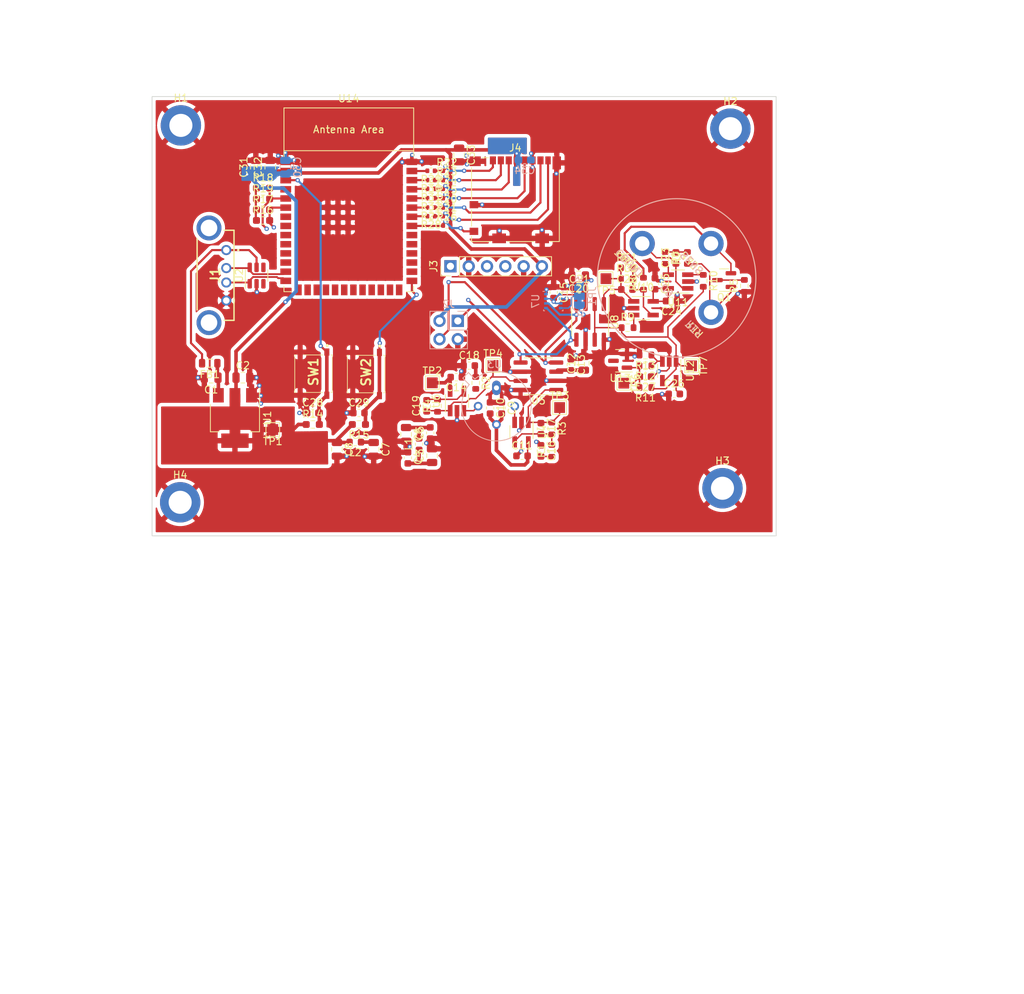
<source format=kicad_pcb>
(kicad_pcb (version 20211014) (generator pcbnew)
  (layers (0 "F.Cu" signal) (1 "In1.Cu" power) (2 "In2.Cu" power) (31 "B.Cu" signal) (34 "B.Paste" user) (35 "F.Paste" user) (36 "B.SilkS" user "B.Silkscreen") (37 "F.SilkS" user "F.Silkscreen") (38 "B.Mask" user) (39 "F.Mask" user) (44 "Edge.Cuts" user))
  (net 0 "")
  (net 1 "GND")
  (net 2 "+5V")
  (net 3 "Net-(C1-Pad1)")
  (net 4 "+3V3")
  (net 5 "Net-(Q1-Pad3)")
  (net 6 "/GAS_Measurements/OUT2")
  (net 7 "/GAS_Measurements/CH4_V-ref")
  (net 8 "/GAS_Measurements/OUT1")
  (net 9 "/GAS_Measurements/CH4_V-gas")
  (net 10 "/GAS_Measurements/OUT3")
  (net 11 "/GAS_Measurements/H2_V-")
  (net 12 "/GAS_Measurements/H2_counter")
  (net 13 "VBUS")
  (net 14 "D+")
  (net 15 "D-")
  (net 16 "/MCU/DATA_2")
  (net 17 "/MCU/DATA_3")
  (net 18 "/MCU/CMD")
  (net 19 "/MCU/CLK")
  (net 20 "/MCU/DATA_0")
  (net 21 "/MCU/DATA_1")
  (net 22 "2V048")
  (net 23 "/GAS_Measurements/H2_reference")
  (net 24 "/GAS_Measurements/H2_sensing")
  (net 25 "REF")
  (net 26 "Net-(C16-Pad2)")
  (net 27 "/GAS_Measurements/H2_V+")
  (net 28 "GPIO_42")
  (net 29 "GPIO_41")
  (net 30 "GPIO_1")
  (net 31 "GPIO_2")
  (net 32 "GPIO_43")
  (net 33 "GPIO_44")
  (net 34 "GPIO_40")
  (net 36 "+3.3VA")
  (net 37 "/MCU/ESP_EN")
  (net 38 "GPIO_4")
  (net 39 "GPIO_7")
  (net 40 "GPIO_15")
  (net 41 "GPIO_16")
  (net 42 "GPIO_17")
  (net 43 "GPIO_18")
  (net 44 "GPIO_8")
  (net 45 "GPIO_3")
  (net 46 "GPIO_46")
  (net 47 "GPIO_9")
  (net 48 "GPIO_10")
  (net 49 "GPIO_11")
  (net 50 "GPIO_12")
  (net 51 "GPIO_13")
  (net 52 "GPIO_14")
  (net 53 "GPIO_21")
  (net 54 "GPIO_47")
  (net 55 "GPIO_48")
  (net 56 "GPIO_45")
  (net 57 "/MCU/ESP_BOOT")
  (net 58 "GPIO_35")
  (net 59 "GPIO_36")
  (net 60 "GPIO_37")
  (net 61 "GPIO_38")
  (net 62 "GPIO_39")
  (net 63 "/GAS_Measurements/CH4_Ref")
  (net 64 "/GAS_Measurements/CH4_Gas")
  (net 65 "/GAS_Measurements/1V024")
  (net 66 "Net-(C18-Pad2)")
  (net 67 "Net-(C23-Pad2)")
  (net 68 "/GAS_Measurements/ADRESS_BME280")
  (net 69 "Net-(R6-Pad2)")
  (net 70 "Net-(R10-Pad1)")
  (net 72 "GPIO_5")
  (net 73 "GPIO_6")
  (footprint "Capacitor_SMD:C_0603_1608Metric" (layer "F.Cu") (at 78.7 93.9)
    (fp_text reference "C29")
    (fp_text value "2u2")
  )
  (footprint "Resistor_SMD:R_0402_1005Metric" (layer "F.Cu") (at 88.71 66.6 180)
    (fp_text reference "R28")
    (fp_text value "10")
  )
  (footprint "Resistor_SMD:R_0603_1608Metric" (layer "F.Cu") (at 118.185 75.965 90)
    (fp_text reference "R8")
    (fp_text value "10")
  )
  (footprint "Capacitor_SMD:C_0805_2012Metric" (layer "F.Cu") (at 80.75 98.95 -90)
    (fp_text reference "C7")
    (fp_text value "10u")
  )
  (footprint "Resistor_SMD:R_0603_1608Metric_Pad0.98x0.95mm_HandSolder" (layer "F.Cu") (at 78.7 95.5 180)
    (fp_text reference "R15")
    (fp_text value "10k")
  )
  (footprint "Capacitor_SMD:C_0603_1608Metric" (layer "F.Cu") (at 108.11 87.21 -90)
    (fp_text reference "C13")
    (fp_text value "2u2")
  )
  (footprint "Package_TO_SOT_SMD:SOT-23-5_HandSoldering" (layer "F.Cu") (at 121.76 88.065 -90)
    (fp_text reference "U12")
    (fp_text value "TSV991ILT")
  )
  (footprint "Package_TO_SOT_SMD:SOT-23-5_HandSoldering" (layer "F.Cu") (at 118.185 79.365)
    (fp_text reference "U10")
    (fp_text value "TSV991ILT")
  )
  (footprint "Package_TO_SOT_SMD:SOT-223-3_TabPin2" (layer "F.Cu") (at 61.5 94.6 -90)
    (fp_text reference "U1")
    (fp_text value "AMS1117-3.3")
  )
  (footprint "Resistor_SMD:R_0603_1608Metric" (layer "F.Cu") (at 126.485 75.565 -90)
    (fp_text reference "R10")
    (fp_text value "10k")
  )
  (footprint "Resistor_SMD:R_0603_1608Metric_Pad0.98x0.95mm_HandSolder" (layer "F.Cu") (at 65.4 67.19)
    (fp_text reference "R16")
    (fp_text value "DNP")
  )
  (footprint "TestPoint:TestPoint_Pad_1.5x1.5mm" (layer "F.Cu") (at 115.46 89.765 -90)
    (fp_text reference "TP6")
    (fp_text value "TestPoint")
  )
  (footprint "Resistor_SMD:R_0603_1608Metric_Pad0.98x0.95mm_HandSolder" (layer "F.Cu") (at 65.4 62.7)
    (fp_text reference "R18")
    (fp_text value "10k")
  )
  (footprint "Package_TO_SOT_SMD:SOT-23-5_HandSoldering" (layer "F.Cu") (at 122.985 75.665 180)
    (fp_text reference "U11")
    (fp_text value "TSV991ILT")
  )
  (footprint "Package_TO_SOT_SMD:SOT-23-6" (layer "F.Cu") (at 64.5 74.8375 90)
    (fp_text reference "U2")
    (fp_text value "SRV05-4")
  )
  (footprint "Resistor_SMD:R_0603_1608Metric" (layer "F.Cu") (at 118.46 87.365 180)
    (fp_text reference "R12")
    (fp_text value "1k")
  )
  (footprint "TestPoint:TestPoint_Pad_1.5x1.5mm" (layer "F.Cu") (at 124.86 87.365 -90)
    (fp_text reference "TP7")
    (fp_text value "TestPoint")
  )
  (footprint "Inductor_SMD:L_0603_1608Metric" (layer "F.Cu") (at 87.05 98.225 90)
    (fp_text reference "L1")
    (fp_text value "L_Small")
  )
  (footprint "Resistor_SMD:R_0402_1005Metric" (layer "F.Cu") (at 90.9 61.6)
    (fp_text reference "R23")
    (fp_text value "10k")
  )
  (footprint "Capacitor_SMD:C_0805_2012Metric" (layer "F.Cu") (at 92.6 58.1 -90)
    (fp_text reference "C33")
    (fp_text value "10u")
  )
  (footprint "Resistor_SMD:R_0402_1005Metric" (layer "F.Cu") (at 90.9 60.3)
    (fp_text reference "R22")
    (fp_text value "10k")
  )
  (footprint "TestPoint:TestPoint_Pad_1.5x1.5mm" (layer "F.Cu") (at 97.31 87.31)
    (fp_text reference "TP4")
    (fp_text value "TestPoint")
  )
  (footprint "Capacitor_SMD:C_0603_1608Metric" (layer "F.Cu") (at 103.96 99.16 -90)
    (fp_text reference "C16")
    (fp_text value "2u2")
  )
  (footprint "Resistor_SMD:R_0402_1005Metric" (layer "F.Cu") (at 88.71 65.4 180)
    (fp_text reference "R27")
    (fp_text value "10")
  )
  (footprint "Capacitor_SMD:C_0805_2012Metric" (layer "F.Cu") (at 64.4 59.8 90)
    (fp_text reference "C31")
    (fp_text value "10u")
  )
  (footprint "Capacitor_SMD:C_0603_1608Metric" (layer "F.Cu") (at 122.685 72.39 90)
    (fp_text reference "C23")
    (fp_text value "100n")
  )
  (footprint "TestPoint:TestPoint_Pad_1.5x1.5mm" (layer "F.Cu") (at 66.75 96.2 180)
    (fp_text reference "TP1")
    (fp_text value "TestPoint")
  )
  (footprint "TestPoint:TestPoint_Pad_1.5x1.5mm" (layer "F.Cu") (at 112.985 75.265 180)
    (fp_text reference "TP5")
    (fp_text value "TestPoint")
  )
  (footprint "Capacitor_SMD:C_0603_1608Metric" (layer "F.Cu") (at 98.51 93.21 -90)
    (fp_text reference "C9")
    (fp_text value "2u2")
  )
  (footprint "Capacitor_SMD:C_0603_1608Metric" (layer "F.Cu") (at 119.785 75.965 -90)
    (fp_text reference "C25")
    (fp_text value "2u2")
  )
  (footprint "Resistor_SMD:R_0603_1608Metric" (layer "F.Cu") (at 118.46 85.865 180)
    (fp_text reference "R13")
    (fp_text value "1k")
  )
  (footprint "Resistor_SMD:R_0402_1005Metric" (layer "F.Cu") (at 90.9 64.1)
    (fp_text reference "R25")
    (fp_text value "10k")
  )
  (footprint "Capacitor_SMD:C_0603_1608Metric" (layer "F.Cu") (at 122.085 78.365 180)
    (fp_text reference "C24")
    (fp_text value "2u2")
  )
  (footprint "Resistor_SMD:R_0402_1005Metric" (layer "F.Cu") (at 88.71 64.1 180)
    (fp_text reference "R32")
    (fp_text value "10")
  )
  (footprint "Connector_PinHeader_2.54mm:PinHeader_1x06_P2.54mm_Vertical" (layer "F.Cu") (at 91.4 73.55 90)
    (fp_text reference "J3")
    (fp_text value "Conn_01x10")
  )
  (footprint "Inductor_SMD:L_0603_1608Metric" (layer "F.Cu") (at 78.2 97.95 180)
    (fp_text reference "L2")
    (fp_text value "L_Small")
  )
  (footprint "Capacitor_SMD:C_0805_2012Metric" (layer "F.Cu") (at 85.25 96.875 -90)
    (fp_text reference "C6")
    (fp_text value "10u")
  )
  (footprint "Capacitor_SMD:C_0603_1608Metric" (layer "F.Cu") (at 88.11 92.91 90)
    (fp_text reference "C19")
    (fp_text value "3n3")
  )
  (footprint "Capacitor_SMD:C_0603_1608Metric" (layer "F.Cu") (at 96.91 93.21 -90)
    (fp_text reference "C10")
    (fp_text value "2u2")
  )
  (footprint "Capacitor_SMD:C_0805_2012Metric" (layer "F.Cu") (at 88.85 99.825 90)
    (fp_text reference "C3")
    (fp_text value "10u")
  )
  (footprint "Resistor_SMD:R_0603_1608Metric" (layer "F.Cu") (at 115.985 82.065)
    (fp_text reference "R9")
    (fp_text value "10")
  )
  (footprint "Capacitor_SMD:C_0805_2012Metric" (layer "F.Cu") (at 75.65 98.95 -90)
    (fp_text reference "C8")
    (fp_text value "10u")
  )
  (footprint "MountingHole:MountingHole_3.2mm_M3_DIN965_Pad_TopBottom" (layer "F.Cu") (at 129.15 104.35)
    (fp_text reference "H3")
    (fp_text value "MountingHole_Pad")
  )
  (footprint "Capacitor_SMD:C_0805_2012Metric" (layer "F.Cu") (at 66.4 59.8 90)
    (fp_text reference "C32")
    (fp_text value "10u")
  )
  (footprint "Resistor_SMD:R_0603_1608Metric" (layer "F.Cu") (at 115.885 75.265)
    (fp_text reference "RG2")
    (fp_text value "gain")
  )
  (footprint "Capacitor_SMD:C_0603_1608Metric" (layer "F.Cu") (at 118.46 88.865 180)
    (fp_text reference "C27")
    (fp_text value "2u2")
  )
  (footprint "Resistor_SMD:R_0603_1608Metric" (layer "F.Cu") (at 121.185 72.39 -90)
    (fp_text reference "R6")
    (fp_text value "10k")
  )
  (footprint "Resistor_SMD:R_0402_1005Metric" (layer "F.Cu") (at 88.71 61.59 180)
    (fp_text reference "R30")
    (fp_text value "10")
  )
  (footprint "Capacitor_SMD:C_0603_1608Metric" (layer "F.Cu") (at 105.725 77.175 -90)
    (fp_text reference "C15")
    (fp_text value "2u2")
  )
  (footprint "SamacSys_Parts:USB1040GFLB" (layer "F.Cu") (at 60.3 71.3 -90)
    (fp_text reference "J1")
    (fp_text value "USB_A" hide)
  )
  (footprint "Espressif:ESP32-S3-WROOM-1" (layer "F.Cu") (at 77.3 67.32)
    (fp_text reference "U14")
    (fp_text value "ESP32-S3-WROOM-1")
  )
  (footprint "Package_TO_SOT_SMD:SOT-23-5_HandSoldering" (layer "F.Cu") (at 92.31 92.235 90)
    (fp_text reference "U6")
    (fp_text value "TSV991ILT")
  )
  (footprint "Resistor_SMD:R_0603_1608Metric" (layer "F.Cu") (at 124.285 72.39 90)
    (fp_text reference "R7")
    (fp_text value "10k")
  )
  (footprint "Capacitor_SMD:C_0603_1608Metric" (layer "F.Cu") (at 109.285 76.765)
    (fp_text reference "C21")
    (fp_text value "2u2")
  )
  (footprint "Resistor_SMD:R_0603_1608Metric" (layer "F.Cu") (at 105.46 96.06 -90)
    (fp_text reference "R3")
    (fp_text value "1Meg")
  )
  (footprint "Capacitor_SMD:C_0805_2012Metric" (layer "F.Cu") (at 62.6 89)
    (fp_text reference "C2")
    (fp_text value "10u")
  )
  (footprint "Package_TO_SOT_SMD:SOT-23" (layer "F.Cu") (at 114.96 86.665 180)
    (fp_text reference "U13")
    (fp_text value "LM4040DBZ-2.0")
  )
  (footprint "Connector_Card:microSD_HC_Molex_104031-0811" (layer "F.Cu") (at 100.4 64.3)
    (fp_text reference "J4")
    (fp_text value "Micro_SD_Card_Det")
  )
  (footprint "Capacitor_SMD:C_0603_1608Metric" (layer "F.Cu") (at 103.96 96.085 -90)
    (fp_text reference "C17")
    (fp_text value "3n3")
  )
  (footprint "Resistor_SMD:R_0603_1608Metric" (layer "F.Cu") (at 89.61 92.91 90)
    (fp_text reference "R4")
    (fp_text value "1Meg")
  )
  (footprint "Resistor_SMD:R_0402_1005Metric" (layer "F.Cu") (at 88.71 60.3 180)
    (fp_text reference "R29")
    (fp_text value "10")
  )
  (footprint "Capacitor_SMD:C_0603_1608Metric" (layer "F.Cu") (at 88.6 96.675 90)
    (fp_text reference "C5")
    (fp_text value "2u2")
  )
  (footprint "Package_SO:SOIC-8_3.9x4.9mm_P1.27mm" (layer "F.Cu") (at 110.785 81.265 -90)
    (fp_text reference "U8")
    (fp_text value "MCP3422")
  )
  (footprint "TestPoint:TestPoint_Pad_1.5x1.5mm" (layer "F.Cu") (at 88.885 89.715)
    (fp_text reference "TP2")
    (fp_text value "TestPoint")
  )
  (footprint "Resistor_SMD:R_0603_1608Metric_Pad0.98x0.95mm_HandSolder" (layer "F.Cu") (at 72.3 95.5)
    (fp_text reference "R14")
    (fp_text value "10k")
  )
  (footprint "Package_TO_SOT_SMD:SOT-23-5_HandSoldering" (layer "F.Cu") (at 101.26 96.56 -90)
    (fp_text reference "U4")
    (fp_text value "TSV991ILT")
  )
  (footprint "Resistor_SMD:R_0603_1608Metric_Pad0.98x0.95mm_HandSolder" (layer "F.Cu") (at 65.4 64.2)
    (fp_text reference "R19")
    (fp_text value "DNP")
  )
  (footprint "Capacitor_SMD:C_0805_2012Metric" (layer "F.Cu") (at 109.185 74.965 180)
    (fp_text reference "C20")
    (fp_text value "10u")
  )
  (footprint "MountingHole:MountingHole_3.2mm_M3_DIN965_Pad_TopBottom" (layer "F.Cu") (at 130.25 54.45)
    (fp_text reference "H2")
    (fp_text value "MountingHole_Pad")
  )
  (footprint "Capacitor_SMD:C_0805_2012Metric" (layer "F.Cu") (at 58.2 89 180)
    (fp_text reference "C1")
    (fp_text value "10u")
  )
  (footprint "Resistor_SMD:R_0603_1608Metric" (layer "F.Cu") (at 115.885 73.765)
    (fp_text reference "RG1")
    (fp_text value "gain")
  )
  (footprint "Resistor_SMD:R_0402_1005Metric" (layer "F.Cu") (at 88.71 62.8 180)
    (fp_text reference "R31")
    (fp_text value "10")
  )
  (footprint "Resistor_SMD:R_0603_1608Metric" (layer "F.Cu") (at 132.185 76.265 90)
    (fp_text reference "R5")
    (fp_text value "1Meg")
  )
  (footprint "MountingHole:MountingHole_3.2mm_M3_DIN965_Pad_TopBottom" (layer "F.Cu") (at 53.9 106.3)
    (fp_text reference "H4")
    (fp_text value "MountingHole_Pad")
  )
  (footprint "Resistor_SMD:R_0603_1608Metric" (layer "F.Cu") (at 94.91 89.735 -90)
    (fp_text reference "R2")
    (fp_text value "56k")
  )
  (footprint "Capacitor_SMD:C_0603_1608Metric" (layer "F.Cu") (at 94.01 87.335)
    (fp_text reference "C18")
    (fp_text value "2u2")
  )
  (footprint "Inductor_SMD:L_0805_2012Metric" (layer "F.Cu") (at 58 87 180)
    (fp_text reference "FB1")
    (fp_text value "FerriteBead_Small")
  )
  (footprint "Resistor_SMD:R_0603_1608Metric" (layer "F.Cu") (at 105.46 99.16 90)
    (fp_text reference "R1")
    (fp_text value "56k")
  )
  (footprint "Resistor_SMD:R_0402_1005Metric" (layer "F.Cu") (at 90.9 65.4)
    (fp_text reference "R20")
    (fp_text value "10k")
  )
  (footprint "Package_SO:SOIC-8_3.9x4.9mm_P1.27mm" (layer "F.Cu") (at 103.61 88.81 180)
    (fp_text reference "U5")
    (fp_text value "MCP3422")
  )
  (footprint "Capacitor_SMD:C_0805_2012Metric" (layer "F.Cu") (at 109.91 87.01 90)
    (fp_text reference "C12")
    (fp_text value "10u")
  )
  (footprint "Capacitor_SMD:C_0603_1608Metric_Pad1.08x0.95mm_HandSolder" (layer "F.Cu") (at 72.3 93.9)
    (fp_text reference "C28")
    (fp_text value "100n")
  )
  (footprint "Capacitor_SMD:C_0603_1608Metric" (layer "F.Cu") (at 115.885 76.765)
    (fp_text reference "C22")
    (fp_text value "100n")
  )
  (footprint "Capacitor_SMD:C_0603_1608Metric" (layer "F.Cu") (at 122.46 91.265)
    (fp_text reference "C26")
    (fp_text value "2u2")
  )
  (footprint "Resistor_SMD:R_0402_1005Metric" (layer "F.Cu") (at 90.9 66.6)
    (fp_text reference "R21")
    (fp_text value "10k")
  )
  (footprint "SamacSys_Parts:PTS526SK15SMTR2LFS" (layer "F.Cu") (at 72.4 88.45 -90)
    (fp_text reference "SW1")
    (fp_text value "MCU_RESET" hide)
  )
  (footprint "MountingHole:MountingHole_3.2mm_M3_DIN965_Pad_TopBottom" (layer "F.Cu") (at 54 54)
    (fp_text reference "H1")
    (fp_text value "MountingHole_Pad")
  )
  (footprint "Resistor_SMD:R_0603_1608Metric_Pad0.98x0.95mm_HandSolder" (layer "F.Cu") (at 65.4 65.7)
    (fp_text reference "R17")
    (fp_text value "10k")
  )
  (footprint "Package_TO_SOT_SMD:SOT-23" (layer "F.Cu") (at 129.385 75.465 180)
    (fp_text reference "Q1")
    (fp_text value "Q_PJFET_DSG")
  )
  (footprint "SamacSys_Parts:PTS526SK15SMTR2LFS" (layer "F.Cu") (at 79.7 88.5 -90)
    (fp_text reference "SW2")
    (fp_text value "MCU_RESET" hide)
  )
  (footprint "Capacitor_SMD:C_0603_1608Metric" (layer "F.Cu") (at 85.5 100.125 -90)
    (fp_text reference "C4")
    (fp_text value "2u2")
  )
  (footprint "Resistor_SMD:R_0402_1005Metric" (layer "F.Cu") (at 90.9 67.9)
    (fp_text reference "R26")
    (fp_text value "10k")
  )
  (footprint "Resistor_SMD:R_0603_1608Metric" (layer "F.Cu") (at 118.46 90.365 180)
    (fp_text reference "R11")
    (fp_text value "1k")
  )
  (footprint "Resistor_SMD:R_0402_1005Metric" (layer "F.Cu") (at 90.9 62.8)
    (fp_text reference "R24")
    (fp_text value "10k")
  )
  (footprint "Capacitor_SMD:C_0603_1608Metric" (layer "F.Cu") (at 92.21 88.935 180)
    (fp_text reference "C14")
    (fp_text value "2u2")
  )
  (footprint "TestPoint:TestPoint_Pad_1.5x1.5mm" (layer "F.Cu") (at 106.55 93.15)
    (fp_text reference "TP3")
    (fp_text value "TestPoint")
  )
  (footprint "Capacitor_SMD:C_0603_1608Metric" (layer "F.Cu") (at 101.335 99.86)
    (fp_text reference "C11")
    (fp_text value "2u2")
  )
  (footprint "Capacitor_SMD:C_0603_1608Metric_Pad1.08x0.95mm_HandSolder" (layer "B.Cu") (at 101.7 58.8)
    (fp_text reference "C34")
    (fp_text value "100n")
  )
  (footprint "Capacitor_SMD:C_0805_2012Metric" (layer "B.Cu") (at 68.5 59.8 90)
    (fp_text reference "C30")
    (fp_text value "10u")
  )
  (footprint "Package_LGA:Bosch_LGA-8_2.5x2.5mm_P0.65mm_ClockwisePinNumbering" (layer "B.Cu") (at 105.675 78.375 -90)
    (fp_text reference "U7")
    (fp_text value "BME280")
  )
  (footprint "Jumper:SolderJumper-3_P1.3mm_Bridged12_RoundedPad1.0x1.5mm_NumberLabels" (layer "B.Cu") (at 109.3 77.7 90)
    (fp_text reference "JP1")
    (fp_text value "ADR0")
  )
  (footprint "Z_mycustom_footprint_lib:EC4-3pin" (layer "B.Cu") (at 122.785 75.165 -45)
    (fp_text reference "U9")
    (fp_text value "EC4-1000-H2")
  )
  (footprint "Connector_PinHeader_2.54mm:PinHeader_2x02_P2.54mm_Vertical" (layer "B.Cu") (at 92.425 81.125 180)
    (fp_text reference "J2")
    (fp_text value "Conn_02x02_Odd_Even")
  )
  (footprint "Z_mycustom_footprint_lib:KEMET-4-PIN-GAS-SENSOR" (layer "B.Cu") (at 97.835 93.01 -90)
    (fp_text reference "U3")
    (fp_text value "USEQGCDACH4100")
  )
  (gr_rect (start 50 50) (end 136.6 110.95) (layer "Edge.Cuts") (width 0.1) (fill none))
  (segment (start 88.85 98.1375) (end 88.1 98.1375) (width 0.5) (layer "F.Cu") (net 1))
  (segment (start 99.745 88.175) (end 99.71 88.21) (width 0.5) (layer "F.Cu") (net 1))
  (segment (start 124.335 75.665) (end 125.585 75.665) (width 0.5) (layer "F.Cu") (net 1))
  (segment (start 79.55 99.9) (end 79.5 99.95) (width 0.5) (layer "F.Cu") (net 1))
  (segment (start 77.85 93.825) (end 77.925 93.9) (width 0.2933) (layer "F.Cu") (net 1))
  (segment (start 121.685 91.265) (end 120.76 91.265) (width 0.2) (layer "F.Cu") (net 1))
  (segment (start 117.485 85.715) (end 117.635 85.865) (width 0.2) (layer "F.Cu") (net 1))
  (segment (start 92.31 93.585) (end 92.31 94.91) (width 0.5) (layer "F.Cu") (net 1))
  (segment (start 68.55 59.06) (end 68.36 59.06) (width 0.5) (layer "F.Cu") (net 1))
  (segment (start 70.55 85.45) (end 70.55 91.45) (width 0.2933) (layer "F.Cu") (net 1))
  (segment (start 86.05 59.06) (end 84.74 59.06) (width 0.5) (layer "F.Cu") (net 1))
  (segment (start 70.55 93.0125) (end 71.4375 93.9) (width 0.2933) (layer "F.Cu") (net 1))
  (segment (start 108.985 86.435) (end 108.985 86.085) (width 0.5) (layer "F.Cu") (net 1))
  (segment (start 117.16 85.865) (end 116.96 86.065) (width 0.2) (layer "F.Cu") (net 1))
  (segment (start 120.31 88.115) (end 120.36 88.065) (width 0.2) (layer "F.Cu") (net 1))
  (segment (start 93.235 88.685) (end 92.985 88.935) (width 0.5) (layer "F.Cu") (net 1))
  (segment (start 110.15 82.4) (end 110.185 82.365) (width 0.5) (layer "F.Cu") (net 1))
  (segment (start 113.41 83.74) (end 113.485 83.665) (width 0.5) (layer "F.Cu") (net 1))
  (segment (start 85.25 99.1) (end 85.5 99.35) (width 0.5) (layer "F.Cu") (net 1))
  (segment (start 108.985 86.435) (end 109.535 86.435) (width 0.5) (layer "F.Cu") (net 1))
  (segment (start 88.85 98.1375) (end 88.85 97.7) (width 0.5) (layer "F.Cu") (net 1))
  (segment (start 63.8 91.45) (end 63.8 91.2) (width 0.2933) (layer "F.Cu") (net 1))
  (segment (start 63.55 89) (end 64.5 89) (width 0.2933) (layer "F.Cu") (net 1))
  (segment (start 88.05 98) (end 88.6 97.45) (width 0.5) (layer "F.Cu") (net 1))
  (segment (start 132.185 77.09) (end 131.56 77.09) (width 0.5) (layer "F.Cu") (net 1))
  (segment (start 102.6 57.9) (end 102.6 58.655) (width 0.2933) (layer "F.Cu") (net 1))
  (segment (start 104.71 89.41) (end 106.05 89.41) (width 0.5) (layer "F.Cu") (net 1))
  (segment (start 98.51 92.435) (end 98.51 91.145) (width 0.5) (layer "F.Cu") (net 1))
  (segment (start 112.69 83.74) (end 113.41 83.74) (width 0.5) (layer "F.Cu") (net 1))
  (segment (start 87.34 59.06) (end 87.4 59) (width 0.5) (layer "F.Cu") (net 1))
  (segment (start 84.74 59.06) (end 84.7 59.1) (width 0.5) (layer "F.Cu") (net 1))
  (segment (start 80.75 99.9) (end 79.55 99.9) (width 0.5) (layer "F.Cu") (net 1))
  (segment (start 98.51 91.145) (end 97.785 90.42) (width 0.5) (layer "F.Cu") (net 1))
  (segment (start 64.55 77.15) (end 64.5 77.1) (width 0.2933) (layer "F.Cu") (net 1))
  (segment (start 88.1 98.1375) (end 88.05 98.0875) (width 0.5) (layer "F.Cu") (net 1))
  (segment (start 101.21 99.21) (end 100.56 99.86) (width 0.5) (layer "F.Cu") (net 1))
  (segment (start 121.39 88.065) (end 121.76 87.695) (width 0.2) (layer "F.Cu") (net 1))
  (segment (start 115.8975 85.715) (end 116.61 85.715) (width 0.2) (layer "F.Cu") (net 1))
  (segment (start 120.685 75.565) (end 120.16 75.565) (width 0.5) (layer "F.Cu") (net 1))
  (segment (start 93.235 87.335) (end 93.235 88.685) (width 0.5) (layer "F.Cu") (net 1))
  (segment (start 117.635 85.865) (end 117.16 85.865) (width 0.2) (layer "F.Cu") (net 1))
  (segment (start 108.11 86.435) (end 108.985 86.435) (width 0.5) (layer "F.Cu") (net 1))
  (segment (start 116.91 85.715) (end 117.485 85.715) (width 0.2) (layer "F.Cu") (net 1))
  (segment (start 77.85 91.5) (end 77.85 85.5) (width 0.2933) (layer "F.Cu") (net 1))
  (segment (start 64.5 77.1) (end 64.5 75.975) (width 0.2933) (layer "F.Cu") (net 1))
  (segment (start 85.75 98.325) (end 85.25 97.825) (width 0.5) (layer "F.Cu") (net 1))
  (segment (start 116.91 85.715) (end 116.91 86.015) (width 0.2) (layer "F.Cu") (net 1))
  (segment (start 86.05 59.06) (end 86.05 58.15) (width 0.5) (layer "F.Cu") (net 1))
  (segment (start 96.91 92.435) (end 96.91 91.295) (width 0.5) (layer "F.Cu") (net 1))
  (segment (start 68.36 59.06) (end 67.5 58.2) (width 0.5) (layer "F.Cu") (net 1))
  (segment (start 101.26 95.21) (end 101.26 95.99888) (width 0.5) (layer "F.Cu") (net 1))
  (segment (start 65.05 91.45) (end 65.1 91.5) (width 0.2933) (layer "F.Cu") (net 1))
  (segment (start 120.36 88.065) (end 121.39 88.065) (width 0.2) (layer "F.Cu") (net 1))
  (segment (start 119.56 88.865) (end 119.235 88.865) (width 0.2) (layer "F.Cu") (net 1))
  (segment (start 116.91 86.015) (end 116.96 86.065) (width 0.2) (layer "F.Cu") (net 1))
  (segment (start 131.56 77.09) (end 131.285 77.365) (width 0.5) (layer "F.Cu") (net 1))
  (segment (start 96.91 91.295) (end 97.785 90.42) (width 0.5) (layer "F.Cu") (net 1))
  (segment (start 110.15 83.74) (end 110.15 82.4) (width 0.5) (layer "F.Cu") (net 1))
  (segment (start 108.235 74.965) (end 108.235 76.49) (width 0.5) (layer "F.Cu") (net 1))
  (segment (start 75.65 99.9) (end 77 99.9) (width 0.5) (layer "F.Cu") (net 1))
  (segment (start 108.235 76.49) (end 108.51 76.765) (width 0.5) (layer "F.Cu") (net 1))
  (segment (start 115.8975 85.715) (end 116.91 85.715) (width 0.2) (layer "F.Cu") (net 1))
  (segment (start 68.34 58.85) (end 68.55 59.06) (width 0.5) (layer "F.Cu") (net 1))
  (segment (start 99.81 90.71) (end 101.13 90.71) (width 0.5) (layer "F.Cu") (net 1))
  (segment (start 64.4 58.85) (end 68.34 58.85) (width 0.5) (layer "F.Cu") (net 1))
  (segment (start 88.85 97.7) (end 88.6 97.45) (width 0.5) (layer "F.Cu") (net 1))
  (segment (start 85.5 99.35) (end 85.5 98.8375) (width 0.5) (layer "F.Cu") (net 1))
  (segment (start 63.8 91.45) (end 63.95 91.45) (width 0.2933) (layer "F.Cu") (net 1))
  (segment (start 116.835 79.365) (end 115.485 79.365) (width 0.5) (layer "F.Cu") (net 1))
  (segment (start 122.86 78.365) (end 122.86 77.49) (width 0.5) (layer "F.Cu") (net 1))
  (segment (start 121.76 87.695) (end 121.76 86.715) (width 0.2) (layer "F.Cu") (net 1))
  (segment (start 85.75 98.5875) (end 85.75 98.325) (width 0.5) (layer "F.Cu") (net 1))
  (segment (start 102.6 58.655) (end 102.795 58.85) (width 0.2933) (layer "F.Cu") (net 1))
  (segment (start 106.05 89.41) (end 106.085 89.445) (width 0.5) (layer "F.Cu") (net 1))
  (segment (start 116.61 85.715) (end 116.96 86.065) (width 0.2) (layer "F.Cu") (net 1))
  (segment (start 86.05 59.06) (end 87.34 59.06) (width 0.5) (layer "F.Cu") (net 1))
  (segment (start 71.4375 93.9) (end 70.45 93.9) (width 0.2933) (layer "F.Cu") (net 1))
  (segment (start 122.86 77.49) (end 122.885 77.465) (width 0.5) (layer "F.Cu") (net 1))
  (segment (start 85.5 98.8375) (end 85.75 98.5875) (width 0.5) (layer "F.Cu") (net 1))
  (segment (start 88.05 98.0875) (end 88.05 98) (width 0.5) (layer "F.Cu") (net 1))
  (segment (start 120.16 75.565) (end 119.785 75.19) (width 0.5) (layer "F.Cu") (net 1))
  (segment (start 105.35 76.775) (end 105.725 76.4) (width 0.2) (layer "F.Cu") (net 1))
  (segment (start 108.185 76.765) (end 107.685 76.265) (width 0.5) (layer "F.Cu") (net 1))
  (segment (start 109.535 86.435) (end 109.91 86.06) (width 0.5) (layer "F.Cu") (net 1))
  (segment (start 88.85 98.875) (end 88.85 98.1375) (width 0.5) (layer "F.Cu") (net 1))
  (segment (start 63.8 91.45) (end 63.8 89.25) (width 0.2933) (layer "F.Cu") (net 1))
  (segment (start 88.0625 98.0875) (end 88.85 98.875) (width 0.5) (layer "F.Cu") (net 1))
  (segment (start 120.31 88.115) (end 119.56 88.865) (width 0.2) (layer "F.Cu") (net 1))
  (segment (start 101.13 90.71) (end 101.135 90.715) (width 0.5) (layer "F.Cu") (net 1))
  (segment (start 103.485 97.91) (end 103.96 98.385) (width 0.5) (layer "F.Cu") (net 1))
  (segment (start 63.95 91.45) (end 65.1 92.6) (width 0.2933) (layer "F.Cu") (net 1))
  (segment (start 63.8 91.45) (end 65.05 91.45) (width 0.2933) (layer "F.Cu") (net 1))
  (segment (start 70.55 91.45) (end 70.55 93.0125) (width 0.2933) (layer "F.Cu") (net 1))
  (segment (start 104.725 76.775) (end 105.35 76.775) (width 0.2) (layer "F.Cu") (net 1))
  (segment (start 108.51 76.765) (end 108.185 76.765) (width 0.5) (layer "F.Cu") (net 1))
  (segment (start 88.05 98.0875) (end 88.0625 98.0875) (width 0.5) (layer "F.Cu") (net 1))
  (segment (start 85.25 97.825) (end 85.25 99.1) (width 0.5) (layer "F.Cu") (net 1))
  (segment (start 77.85 91.5) (end 77.85 93.825) (width 0.2933) (layer "F.Cu") (net 1))
  (segment (start 101.135 88.175) (end 99.745 88.175) (width 0.5) (layer "F.Cu") (net 1))
  (segment (start 92.985 88.185) (end 92.91 88.11) (width 0.5) (layer "F.Cu") (net 1))
  (segment (start 63.8 91.2) (end 64.9 90.1) (width 0.2933) (layer "F.Cu") (net 1))
  (segment (start 63.8 89.25) (end 63.55 89) (width 0.2933) (layer "F.Cu") (net 1))
  (segment (start 101.26 95.99888) (end 100.92797 96.33091) (width 0.5) (layer "F.Cu") (net 1))
  (segment (start 86.05 58.15) (end 86.1 58.1) (width 0.5) (layer "F.Cu") (net 1))
  (segment (start 108.985 86.085) (end 108.81 85.91) (width 0.5) (layer "F.Cu") (net 1))
  (segment (start 103.31 97.91) (end 103.485 97.91) (width 0.5) (layer "F.Cu") (net 1))
  (segment (start 57.25 89) (end 56.35 89) (width 0.2933) (layer "F.Cu") (net 1))
  (segment (start 92.985 88.935) (end 92.985 88.185) (width 0.5) (layer "F.Cu") (net 1))
  (segment (start 77.925 93.9) (end 77 93.9) (width 0.2933) (layer "F.Cu") (net 1))
  (via (at 100.92797 96.33091) (size 0.6) (drill 0.3) (layers "F.Cu" "B.Cu") (net 1))
  (via (at 104.71 89.41) (size 0.6) (drill 0.3) (layers "F.Cu" "B.Cu") (net 1))
  (via (at 84.7 59.1) (size 0.6) (drill 0.3) (layers "F.Cu" "B.Cu") (net 1))
  (via (at 99.81 90.71) (size 0.6) (drill 0.3) (layers "F.Cu" "B.Cu") (net 1))
  (via (at 85.75 98.5875) (size 0.6) (drill 0.3) (layers "F.Cu" "B.Cu") (net 1))
  (via (at 69.7 58.8) (size 0.6) (drill 0.3) (layers "F.Cu" "B.Cu") (net 1))
  (via (at 65.1 91.5) (size 0.6) (drill 0.3) (layers "F.Cu" "B.Cu") (net 1))
  (via (at 65.1 92.6) (size 0.6) (drill 0.3) (layers "F.Cu" "B.Cu") (net 1))
  (via (at 93.7 59.4) (size 0.6) (drill 0.3) (layers "F.Cu" "B.Cu") (net 1))
  (via (at 120.31 88.115) (size 0.6) (drill 0.3) (layers "F.Cu" "B.Cu") (net 1))
  (via (at 125.585 75.665) (size 0.6) (drill 0.3) (layers "F.Cu" "B.Cu") (net 1))
  (via (at 108.81 85.91) (size 0.6) (drill 0.3) (layers "F.Cu" "B.Cu") (net 1))
  (via (at 56.35 89) (size 0.6) (drill 0.3) (layers "F.Cu" "B.Cu") (net 1))
  (via (at 64.9 90.1) (size 0.6) (drill 0.3) (layers "F.Cu" "B.Cu") (net 1))
  (via (at 77 99.9) (size 0.6) (drill 0.3) (layers "F.Cu" "B.Cu") (net 1))
  (via (at 109.85 80.25) (size 0.6) (drill 0.3) (layers "F.Cu" "B.Cu") (net 1))
  (via (at 92.91 88.11) (size 0.6) (drill 0.3) (layers "F.Cu" "B.Cu") (net 1))
  (via (at 98.2 68.6) (size 0.6) (drill 0.3) (layers "F.Cu" "B.Cu") (net 1))
  (via (at 120.76 91.265) (size 0.6) (drill 0.3) (layers "F.Cu" "B.Cu") (net 1))
  (via (at 64.55 77.15) (size 0.6) (drill 0.3) (layers "F.Cu" "B.Cu") (net 1))
  (via (at 87.4 59) (size 0.6) (drill 0.3) (layers "F.Cu" "B.Cu") (net 1))
  (via (at 131.285 77.365) (size 0.6) (drill 0.3) (layers "F.Cu" "B.Cu") (net 1))
  (via (at 122.885 77.465) (size 0.6) (drill 0.3) (layers "F.Cu" "B.Cu") (net 1))
  (via (at 79.5 99.95) (size 0.6) (drill 0.3) (layers "F.Cu" "B.Cu") (net 1))
  (via (at 93.6 58.2) (size 0.6) (drill 0.3) (layers "F.Cu" "B.Cu") (net 1))
  (via (at 99.71 88.21) (size 0.6) (drill 0.3) (layers "F.Cu" "B.Cu") (net 1))
  (via (at 86.1 58.1) (size 0.6) (drill 0.3) (layers "F.Cu" "B.Cu") (net 1))
  (via (at 115.485 79.365) (size 0.6) (drill 0.3) (layers "F.Cu" "B.Cu") (net 1))
  (via (at 88.05 98.0875) (size 0.6) (drill 0.3) (layers "F.Cu" "B.Cu") (net 1))
  (via (at 107.5 78.0395) (size 0.6) (drill 0.3) (layers "F.Cu" "B.Cu") (net 1))
  (via (at 102.8 59.8) (size 0.6) (drill 0.3) (layers "F.Cu" "B.Cu") (net 1))
  (via (at 106.1 60.7) (size 0.6) (drill 0.3) (layers "F.Cu" "B.Cu") (net 1))
  (via (at 101.21 99.21) (size 0.6) (drill 0.3) (layers "F.Cu" "B.Cu") (net 1))
  (via (at 67.5 58.2) (size 0.6) (drill 0.3) (layers "F.Cu" "B.Cu") (net 1))
  (via (at 92.31 94.91) (size 0.6) (drill 0.3) (layers "F.Cu" "B.Cu") (net 1))
  (via (at 102.6 57.9) (size 0.6) (drill 0.3) (layers "F.Cu" "B.Cu") (net 1))
  (via (at 113.485 83.665) (size 0.6) (drill 0.3) (layers "F.Cu" "B.Cu") (net 1))
  (via (at 104.725 76.775) (size 0.6) (drill 0.3) (layers "F.Cu" "B.Cu") (net 1))
  (via (at 95.8 65) (size 0.6) (drill 0.3) (layers "F.Cu" "B.Cu") (net 1))
  (via (at 110.185 82.365) (size 0.6) (drill 0.3) (layers "F.Cu" "B.Cu") (net 1))
  (via (at 116.96 86.065) (size 0.6) (drill 0.3) (layers "F.Cu" "B.Cu") (net 1))
  (via (at 70.45 93.9) (size 0.6) (drill 0.3) (layers "F.Cu" "B.Cu") (net 1))
  (via (at 107.685 76.265) (size 0.6) (drill 0.3) (layers "F.Cu" "B.Cu") (net 1))
  (via (at 120.685 75.565) (size 0.6) (drill 0.3) (layers "F.Cu" "B.Cu") (net 1))
  (via (at 64.5 89) (size 0.6) (drill 0.3) (layers "F.Cu" "B.Cu") (net 1))
  (via (at 104.1 68.5) (size 0.6) (drill 0.3) (layers "F.Cu" "B.Cu") (net 1))
  (via (at 103.31 97.91) (size 0.6) (drill 0.3) (layers "F.Cu" "B.Cu") (net 1))
  (via (at 68.5 57.8) (size 0.6) (drill 0.3) (layers "F.Cu" "B.Cu") (net 1))
  (via (at 77 93.9) (size 0.6) (drill 0.3) (layers "F.Cu" "B.Cu") (net 1))
  (segment (start 68.5 58.85) (end 68.5 57.8) (width 0.5) (layer "B.Cu") (net 1))
  (segment (start 109.3 79) (end 109.3 79.7) (width 0.2) (layer "B.Cu") (net 1))
  (segment (start 104.725 76.775) (end 104.725 77.325) (width 0.2) (layer "B.Cu") (net 1))
  (segment (start 104.725 77.325) (end 104.65 77.4) (width 0.2) (layer "B.Cu") (net 1))
  (segment (start 68.5 58.85) (end 69.65 58.85) (width 0.5) (layer "B.Cu") (net 1))
  (segment (start 107.4895 78.05) (end 106.7 78.05) (width 0.2) (layer "B.Cu") (net 1))
  (segment (start 107.5 78.0395) (end 107.4895 78.05) (width 0.2) (layer "B.Cu") (net 1))
  (segment (start 102.5625 58.8) (end 102.5625 57.9375) (width 0.2933) (layer "B.Cu") (net 1))
  (segment (start 109.3 79.7) (end 109.85 80.25) (width 0.2) (layer "B.Cu") (net 1))
  (segment (start 102.5625 57.9375) (end 102.6 57.9) (width 0.2933) (layer "B.Cu") (net 1))
  (segment (start 69.65 58.85) (end 69.7 58.8) (width 0.5) (layer "B.Cu") (net 1))
  (segment (start 121.635 78.04) (end 121.31 78.365) (width 0.2) (layer "F.Cu") (net 2))
  (segment (start 102.11 99.86) (end 102.11 98.01) (width 0.2) (layer "F.Cu") (net 2))
  (segment (start 119.91 76.615) (end 119.785 76.74) (width 0.2) (layer "F.Cu") (net 2))
  (segment (start 98.51 94.775) (end 97.785 95.5) (width 0.5) (layer "F.Cu") (net 2))
  (segment (start 119.535 78.415) (end 119.535 76.99) (width 0.2) (layer "F.Cu") (net 2))
  (segment (start 121.285 90.54) (end 119.46 90.54) (width 0.2) (layer "F.Cu") (net 2))
  (segment (start 102.11 100.71) (end 102.11 99.86) (width 0.5) (layer "F.Cu") (net 2))
  (segment (start 96.91 93.985) (end 96.91 94.625) (width 0.5) (layer "F.Cu") (net 2))
  (segment (start 91.36 89.01) (end 91.435 88.935) (width 0.5) (layer "F.Cu") (net 2))
  (segment (start 96.91 94.625) (end 97.785 95.5) (width 0.5) (layer "F.Cu") (net 2))
  (segment (start 101.71 101.11) (end 102.11 100.71) (width 0.5) (layer "F.Cu") (net 2))
  (segment (start 98.51 93.985) (end 98.51 94.775) (width 0.5) (layer "F.Cu") (net 2))
  (segment (start 90.655 89.715) (end 91.435 88.935) (width 0.5) (layer "F.Cu") (net 2))
  (segment (start 87.05 96.1125) (end 87.2375 95.925) (width 0.5) (layer "F.Cu") (net 2))
  (segment (start 91.36 90.885) (end 91.36 89.01) (width 0.5) (layer "F.Cu") (net 2))
  (segment (start 122.71 90.74) (end 123.235 91.265) (width 0.2) (layer "F.Cu") (net 2))
  (segment (start 119.535 76.99) (end 119.785 76.74) (width 0.2) (layer "F.Cu") (net 2))
  (segment (start 122.71 89.415) (end 122.41 89.415) (width 0.2) (layer "F.Cu") (net 2))
  (segment (start 88.575 95.925) (end 88.6 95.9) (width 0.5) (layer "F.Cu") (net 2))
  (segment (start 87.2375 95.925) (end 88.575 95.925) (width 0.5) (layer "F.Cu") (net 2))
  (segment (start 99.81 101.11) (end 101.71 101.11) (width 0.5) (layer "F.Cu") (net 2))
  (segment (start 88.885 89.715) (end 90.655 89.715) (width 0.5) (layer "F.Cu") (net 2))
  (segment (start 85.25 95.925) (end 87.2375 95.925) (width 0.5) (layer "F.Cu") (net 2))
  (segment (start 121.635 76.615) (end 121.635 78.04) (width 0.2) (layer "F.Cu") (net 2))
  (segment (start 121.26 78.415) (end 121.31 78.365) (width 0.2) (layer "F.Cu") (net 2))
  (segment (start 97.785 95.5) (end 97.785 99.085) (width 0.5) (layer "F.Cu") (net 2))
  (segment (start 119.535 78.415) (end 121.26 78.415) (width 0.2) (layer "F.Cu") (net 2))
  (segment (start 121.635 76.615) (end 119.91 76.615) (width 0.2) (layer "F.Cu") (net 2))
  (segment (start 122.71 89.415) (end 122.71 90.74) (width 0.2) (layer "F.Cu") (net 2))
  (segment (start 97.785 99.085) (end 99.81 101.11) (width 0.5) (layer "F.Cu") (net 2))
  (segment (start 102.11 98.01) (end 102.21 97.91) (width 0.2) (layer "F.Cu") (net 2))
  (segment (start 119.46 90.54) (end 119.285 90.365) (width 0.2) (layer "F.Cu") (net 2))
  (segment (start 122.41 89.415) (end 121.285 90.54) (width 0.2) (layer "F.Cu") (net 2))
  (segment (start 87.05 97.4375) (end 87.05 96.1125) (width 0.5) (layer "F.Cu") (net 2))
  (segment (start 59.0625 88.9125) (end 59.15 89) (width 0.5) (layer "F.Cu") (net 3))
  (segment (start 59.2 89.05) (end 59.15 89) (width 0.5) (layer "F.Cu") (net 3))
  (segment (start 59.2 91.45) (end 59.2 89.05) (width 0.5) (layer "F.Cu") (net 3))
  (segment (start 88.725 100.9) (end 88.85 100.775) (width 0.5) (layer "F.Cu") (net 3))
  (segment (start 87.05 99.0125) (end 87.05 100.6625) (width 0.5) (layer "F.Cu") (net 3))
  (segment (start 59.0625 87) (end 59.0625 88.9125) (width 0.5) (layer "F.Cu") (net 3))
  (segment (start 87.2875 100.9) (end 88.725 100.9) (width 0.5) (layer "F.Cu") (net 3))
  (segment (start 85.5 100.9) (end 87.2875 100.9) (width 0.5) (layer "F.Cu") (net 3))
  (segment (start 87.05 100.6625) (end 87.2875 100.9) (width 0.5) (layer "F.Cu") (net 3))
  (segment (start 61.65 91.3) (end 61.5 91.45) (width 0.5) (layer "F.Cu") (net 4))
  (segment (start 64.4 60.75) (end 64.4 67.1025) (width 0.2933) (layer "F.Cu") (net 4))
  (segment (start 68.55 60.33) (end 64.82 60.33) (width 0.5) (layer "F.Cu") (net 4))
  (segment (start 61.5 97.75) (end 68.05 97.75) (width 0.5) (layer "F.Cu") (net 4))
  (segment (start 68.55 60.35) (end 68.8 60.6) (width 0.5) (layer "F.Cu") (net 4))
  (segment (start 64.4 67.1025) (end 64.4875 67.19) (width 0.2933) (layer "F.Cu") (net 4))
  (segment (start 94.3 71.15) (end 101.7 71.15) (width 0.5) (layer "F.Cu") (net 4))
  (segment (start 68.8 60.6) (end 81.4 60.6) (width 0.5) (layer "F.Cu") (net 4))
  (segment (start 61.65 89) (end 61.65 85.35) (width 0.5) (layer "F.Cu") (net 4))
  (segment (start 70.3 95.5) (end 71.3875 95.5) (width 0.5) (layer "F.Cu") (net 4))
  (segment (start 100.1 57.4) (end 90.8 57.4) (width 0.5) (layer "F.Cu") (net 4))
  (segment (start 65.2 97.75) (end 61.5 97.75) (width 0.5) (layer "F.Cu") (net 4))
  (segment (start 84.6 57.4) (end 90.8 57.4) (width 0.5) (layer "F.Cu") (net 4))
  (segment (start 61.65 89) (end 61.65 91.3) (width 0.5) (layer "F.Cu") (net 4))
  (segment (start 64.82 60.33) (end 64.4 60.75) (width 0.5) (layer "F.Cu") (net 4))
  (segment (start 68.55 60.33) (end 68.55 60.35) (width 0.5) (layer "F.Cu") (net 4))
  (segment (start 75.65 98) (end 77.3625 98) (width 0.5) (layer "F.Cu") (net 4))
  (segment (start 61.5 91.45) (end 61.5 97.75) (width 1.5) (layer "F.Cu") (net 4))
  (segment (start 91.41 67.9) (end 91.41 68.26) (width 0.5) (layer "F.Cu") (net 4))
  (segment (start 81.4 60.6) (end 84.6 57.4) (width 0.5) (layer "F.Cu") (net 4))
  (segment (start 77.7875 95.5) (end 75.5375 97.75) (width 0.5) (layer "F.Cu") (net 4))
  (segment (start 100.595 58.85) (end 100.595 57.895) (width 0.2933) (layer "F.Cu") (net 4))
  (segment (start 90.8 57.4) (end 91.41 58.01) (width 0.5) (layer "F.Cu") (net 4))
  (segment (start 66.75 96.2) (end 65.2 97.75) (width 0.5) (layer "F.Cu") (net 4))
  (segment (start 100.595 57.895) (end 100.1 57.4) (width 0.5) (layer "F.Cu") (net 4))
  (segment (start 64.35 60.8) (end 64.4 60.75) (width 0.5) (layer "F.Cu") (net 4))
  (segment (start 68.55 60.33) (end 69.87 60.33) (width 0.5) (layer "F.Cu") (net 4))
  (segment (start 91.41 68.26) (end 94.3 71.15) (width 0.5) (layer "F.Cu") (net 4))
  (segment (start 91.41 58.01) (end 91.41 67.9) (width 0.5) (layer "F.Cu") (net 4))
  (segment (start 63.2 60.8) (end 64.35 60.8) (width 0.5) (layer "F.Cu") (net 4))
  (segment (start 75.5375 97.75) (end 68.05 97.75) (width 0.5) (layer "F.Cu") (net 4))
  (segment (start 101.7 71.15) (end 104.1 73.55) (width 0.5) (layer "F.Cu") (net 4))
  (segment (start 68.05 97.75) (end 70.3 95.5) (width 0.5) (layer "F.Cu") (net 4))
  (segment (start 69.87 60.33) (end 69.9 60.3) (width 0.5) (layer "F.Cu") (net 4))
  (segment (start 61.65 85.35) (end 68.5 78.5) (width 0.5) (layer "F.Cu") (net 4))
  (segment (start 77.3625 98) (end 77.4125 97.95) (width 0.5) (layer "F.Cu") (net 4))
  (via (at 100.6 59.9) (size 0.6) (drill 0.3) (layers "F.Cu" "B.Cu") (net 4))
  (via (at 100.595 57.895) (size 0.6) (drill 0.3) (layers "F.Cu" "B.Cu") (net 4))
  (via (at 63.2 60.8) (size 0.6) (drill 0.3) (layers "F.Cu" "B.Cu") (net 4))
  (via (at 69.9 60.3) (size 0.6) (drill 0.3) (layers "F.Cu" "B.Cu") (net 4))
  (via (at 68.5 78.5) (size 0.6) (drill 0.3) (layers "F.Cu" "B.Cu") (net 4))
  (segment (start 91.3 79.2) (end 99.15 79.2) (width 0.5) (layer "B.Cu") (net 4))
  (segment (start 68.95 60.3) (end 68.5 60.75) (width 0.5) (layer "B.Cu") (net 4))
  (segment (start 89.885 81.125) (end 89.885 80.615) (width 0.5) (layer "B.Cu") (net 4))
  (segment (start 89.885 80.615) (end 91.3 79.2) (width 0.5) (layer "B.Cu") (net 4))
  (segment (start 70 64.5) (end 68.2 62.7) (width 0.5) (layer "B.Cu") (net 4))
  (segment (start 99.15 79.2) (end 104.1 74.25) (width 0.5) (layer "B.Cu") (net 4))
  (segment (start 68.5 78.5) (end 70 77) (width 0.5) (layer "B.Cu") (net 4))
  (segment (start 100.8375 58.1375) (end 100.595 57.895) (width 0.2933) (layer "B.Cu") (net 4))
  (segment (start 104.1 74.25) (end 104.1 73.55) (width 0.5) (layer "B.Cu") (net 4))
  (segment (start 65.1 62.7) (end 63.2 60.8) (width 0.5) (layer "B.Cu") (net 4))
  (segment (start 100.8375 58.8) (end 100.8375 58.1375) (width 0.2933) (layer "B.Cu") (net 4))
  (segment (start 68.2 62.7) (end 65.1 62.7) (width 0.5) (layer "B.Cu") (net 4))
  (segment (start 70 77) (end 70 64.5) (width 0.5) (layer "B.Cu") (net 4))
  (segment (start 69.9 60.3) (end 68.95 60.3) (width 0.5) (layer "B.Cu") (net 4))
  (segment (start 132.185 75.44) (end 132.16 75.465) (width 0.2) (layer "F.Cu") (net 5))
  (segment (start 132.16 75.465) (end 128.4475 75.465) (width 0.2) (layer "F.Cu") (net 5))
  (segment (start 106.55 94.145) (end 106.55 93.15) (width 0.2) (layer "F.Cu") (net 6))
  (segment (start 102.21 95.21) (end 105.435 95.21) (width 0.2) (layer "F.Cu") (net 6))
  (segment (start 102.21 95.21) (end 102.21 93.04) (width 0.2) (layer "F.Cu") (net 6))
  (segment (start 104.535 90.715) (end 106.085 90.715) (width 0.2) (layer "F.Cu") (net 6))
  (segment (start 105.46 95.235) (end 106.55 94.145) (width 0.2) (layer "F.Cu") (net 6))
  (segment (start 102.21 93.04) (end 104.535 90.715) (width 0.2) (layer "F.Cu") (net 6))
  (segment (start 105.435 95.21) (end 105.46 95.235) (width 0.2) (layer "F.Cu") (net 6))
  (segment (start 105.46 98.335) (end 105.46 96.885) (width 0.2) (layer "F.Cu") (net 7))
  (segment (start 101.31 96.81) (end 100.31 97.81) (width 0.2) (layer "F.Cu") (net 7))
  (segment (start 105.46 96.885) (end 105.385 96.81) (width 0.2) (layer "F.Cu") (net 7))
  (segment (start 100.31 97.81) (end 100.31 97.91) (width 0.2) (layer "F.Cu") (net 7))
  (segment (start 105.385 96.81) (end 101.31 96.81) (width 0.2) (layer "F.Cu") (net 7))
  (segment (start 91.879999 92.41) (end 93.61 92.41) (width 0.2) (layer "F.Cu") (net 8))
  (segment (start 97.31 87.31) (end 97.31 88.71) (width 0.2) (layer "F.Cu") (net 8))
  (segment (start 99.645 89.445) (end 101.135 89.445) (width 0.2) (layer "F.Cu") (net 8))
  (segment (start 96.21 90.61) (end 96.21 89.81) (width 0.2) (layer "F.Cu") (net 8))
  (segment (start 88.21 93.585) (end 91.36 93.585) (width 0.2) (layer "F.Cu") (net 8))
  (segment (start 94.91 91.91) (end 96.21 90.61) (width 0.2) (layer "F.Cu") (net 8))
  (segment (start 94.11 91.91) (end 93.61 92.41) (width 0.2) (layer "F.Cu") (net 8))
  (segment (start 94.91 91.91) (end 94.11 91.91) (width 0.2) (layer "F.Cu") (net 8))
  (segment (start 91.36 92.929999) (end 91.879999 92.41) (width 0.2) (layer "F.Cu") (net 8))
  (segment (start 97.11 88.91) (end 99.11 88.91) (width 0.2) (layer "F.Cu") (net 8))
  (segment (start 97.31 88.71) (end 97.11 88.91) (width 0.2) (layer "F.Cu") (net 8))
  (segment (start 99.11 88.91) (end 99.645 89.445) (width 0.2) (layer "F.Cu") (net 8))
  (segment (start 96.21 89.81) (end 97.11 88.91) (width 0.2) (layer "F.Cu") (net 8))
  (segment (start 88.11 93.685) (end 88.21 93.585) (width 0.2) (layer "F.Cu") (net 8))
  (segment (start 91.36 93.585) (end 91.36 92.929999) (width 0.2) (layer "F.Cu") (net 8))
  (segment (start 93.26 91.06) (end 93.26 90.885) (width 0.2) (layer "F.Cu") (net 9))
  (segment (start 88.235 92.01) (end 92.31 92.01) (width 0.2) (layer "F.Cu") (net 9))
  (segment (start 88.11 92.135) (end 88.235 92.01) (width 0.2) (layer "F.Cu") (net 9))
  (segment (start 92.31 92.01) (end 93.26 91.06) (width 0.2) (layer "F.Cu") (net 9))
  (segment (start 115.06 73.765) (end 115.06 76.715) (width 0.2) (layer "F.Cu") (net 10))
  (segment (start 113.385 76.765) (end 112.69 77.46) (width 0.2) (layer "F.Cu") (net 10))
  (segment (start 115.11 76.765) (end 116.76 78.415) (width 0.2) (layer "F.Cu") (net 10))
  (segment (start 112.69 77.46) (end 112.69 78.79) (width 0.2) (layer "F.Cu") (net 10))
  (segment (start 112.985 75.265) (end 115.06 75.265) (width 0.2) (layer "F.Cu") (net 10))
  (segment (start 115.06 76.715) (end 115.11 76.765) (width 0.2) (layer "F.Cu") (net 10))
  (segment (start 116.76 78.415) (end 116.835 78.415) (width 0.2) (layer "F.Cu") (net 10))
  (segment (start 115.11 76.765) (end 113.385 76.765) (width 0.2) (layer "F.Cu") (net 10))
  (segment (start 116.685 76.79) (end 116.66 76.765) (width 0.2) (layer "F.Cu") (net 11))
  (segment (start 116.71 73.765) (end 116.71 76.715) (width 0.2) (layer "F.Cu") (net 11))
  (segment (start 119.535 80.315) (end 119.335 80.315) (width 0.2) (layer "F.Cu") (net 11))
  (segment (start 119.335 80.315) (end 118.185 79.165) (width 0.2) (layer "F.Cu") (net 11))
  (segment (start 118.185 79.165) (end 118.185 76.79) (width 0.2) (layer "F.Cu") (net 11))
  (segment (start 118.185 76.79) (end 116.685 76.79) (width 0.2) (layer "F.Cu") (net 11))
  (segment (start 116.71 76.715) (end 116.66 76.765) (width 0.2) (layer "F.Cu") (net 11))
  (segment (start 122.685 73.165) (end 121.885 72.365) (width 0.2) (layer "F.Cu") (net 12))
  (segment (start 121.885 72.365) (end 119.985 72.365) (width 0.2) (layer "F.Cu") (net 12))
  (segment (start 119.985 72.365) (end 118.012029 70.392029) (width 0.2) (layer "F.Cu") (net 12))
  (segment (start 123.635 76.615) (end 122.685 75.665) (width 0.2) (layer "F.Cu") (net 12))
  (segment (start 122.685 75.665) (end 122.685 73.165) (width 0.2) (layer "F.Cu") (net 12))
  (segment (start 124.335 76.615) (end 123.635 76.615) (width 0.2) (layer "F.Cu") (net 12))
  (segment (start 64.5 73.7) (end 64.5 72.35) (width 0.2933) (layer "F.Cu") (net 13))
  (segment (start 58.3275 71.3) (end 60.3 71.3) (width 0.2933) (layer "F.Cu") (net 13))
  (segment (start 55.4 74.2275) (end 58.3275 71.3) (width 0.2933) (layer "F.Cu") (net 13))
  (segment (start 56.9375 85.7375) (end 55.4 84.2) (width 0.2933) (layer "F.Cu") (net 13))
  (segment (start 64.5 72.35) (end 63.45 71.3) (width 0.2933) (layer "F.Cu") (net 13))
  (segment (start 56.9375 87) (end 56.9375 85.7375) (width 0.2933) (layer "F.Cu") (net 13))
  (segment (start 63.45 71.3) (end 60.3 71.3) (width 0.2933) (layer "F.Cu") (net 13))
  (segment (start 55.4 84.2) (end 55.4 74.2275) (width 0.2933) (layer "F.Cu") (net 13))
  (segment (start 64.0125 75.0375) (end 67.3375 75.0375) (width 0.25) (layer "F.Cu") (net 14))
  (segment (start 68.18 75.2) (end 68.55 75.57) (width 0.25) (layer "F.Cu") (net 14))
  (segment (start 67.3375 75.0375) (end 67.5 75.2) (width 0.25) (layer "F.Cu") (net 14))
  (segment (start 63.55 75.975) (end 63.55 75.5) (width 0.25) (layer "F.Cu") (net 14))
  (segment (start 67.5 75.2) (end 68.18 75.2) (width 0.25) (layer "F.Cu") (net 14))
  (segment (start 63.55 75.975) (end 63.375 75.8) (width 0.25) (layer "F.Cu") (net 14))
  (segment (start 63.375 75.8) (end 60.3 75.8) (width 0.25) (layer "F.Cu") (net 14))
  (segment (start 63.55 75.5) (end 64.0125 75.0375) (width 0.25) (layer "F.Cu") (net 14))
  (segment (start 63.55 74.15) (end 64.0375 74.6375) (width 0.25) (layer "F.Cu") (net 15))
  (segment (start 63.55 73.7) (end 63.45 73.8) (width 0.25) (layer "F.Cu") (net 15))
  (segment (start 63.45 73.8) (end 60.3 73.8) (width 0.25) (layer "F.Cu") (net 15))
  (segment (start 68.2125 74.6375) (end 68.55 74.3) (width 0.25) (layer "F.Cu") (net 15))
  (segment (start 64.0375 74.6375) (end 68.2125 74.6375) (width 0.25) (layer "F.Cu") (net 15))
  (segment (start 63.55 73.7) (end 63.55 74.15) (width 0.25) (layer "F.Cu") (net 15))
  (segment (start 68.35 74.1) (end 68.55 74.3) (width 0.25) (layer "F.Cu") (net 15))
  (segment (start 90.7105 59.9795) (end 90.39 60.3) (width 0.2933) (layer "F.Cu") (net 16))
  (segment (start 90.39 60.3) (end 89.22 60.3) (width 0.2933) (layer "F.Cu") (net 16))
  (segment (start 96.8 60.3) (end 97.295 59.805) (width 0.2933) (layer "F.Cu") (net 16))
  (segment (start 97.295 59.805) (end 97.295 58.85) (width 0.2933) (layer "F.Cu") (net 16))
  (segment (start 90.7105 59.7) (end 90.7105 59.9795) (width 0.2933) (layer "F.Cu") (net 16))
  (segment (start 93.3 60.3) (end 96.8 60.3) (width 0.2933) (layer "F.Cu") (net 16))
  (via (at 93.3 60.3) (size 0.6) (drill 0.3) (layers "F.Cu" "B.Cu") (net 16))
  (via (at 90.7105 59.7) (size 0.6) (drill 0.3) (layers "F.Cu" "B.Cu") (net 16))
  (segment (start 91.3105 60.3) (end 90.7105 59.7) (width 0.2933) (layer "B.Cu") (net 16))
  (segment (start 93.3 60.3) (end 91.3105 60.3) (width 0.2933) (layer "B.Cu") (net 16))
  (segment (start 90.7105 61.091962) (end 90.7105 61.2795) (width 0.2933) (layer "F.Cu") (net 17))
  (segment (start 90.39 61.6) (end 89.23 61.6) (width 0.2933) (layer "F.Cu") (net 17))
  (segment (start 92.6 61.6) (end 97.7 61.6) (width 0.2933) (layer "F.Cu") (net 17))
  (segment (start 98.395 60.905) (end 98.395 58.85) (width 0.2933) (layer "F.Cu") (net 17))
  (segment (start 89.23 61.6) (end 89.22 61.59) (width 0.2933) (layer "F.Cu") (net 17))
  (segment (start 97.7 61.6) (end 98.395 60.905) (width 0.2933) (layer "F.Cu") (net 17))
  (segment (start 90.7105 61.2795) (end 90.39 61.6) (width 0.2933) (layer "F.Cu") (net 17))
  (via (at 92.6 61.6) (size 0.6) (drill 0.3) (layers "F.Cu" "B.Cu") (net 17))
  (via (at 90.7105 61.091962) (size 0.6) (drill 0.3) (layers "F.Cu" "B.Cu") (net 17))
  (segment (start 92.6 61.6) (end 91.218538 61.6) (width 0.2933) (layer "B.Cu") (net 17))
  (segment (start 91.218538 61.6) (end 90.7105 61.091962) (width 0.2933) (layer "B.Cu") (net 17))
  (segment (start 99.495 58.85) (end 99.495 61.905) (width 0.2933) (layer "F.Cu") (net 18))
  (segment (start 99.495 61.905) (end 98.5 62.9) (width 0.2933) (layer "F.Cu") (net 18))
  (segment (start 98.5 62.9) (end 93.3 62.9) (width 0.2933) (layer "F.Cu") (net 18))
  (segment (start 90.7 62.4) (end 90.7 62.49) (width 0.2933) (layer "F.Cu") (net 18))
  (segment (start 90.39 62.8) (end 89.22 62.8) (width 0.2933) (layer "F.Cu") (net 18))
  (segment (start 90.7 62.49) (end 90.39 62.8) (width 0.2933) (layer "F.Cu") (net 18))
  (via (at 90.7 62.4) (size 0.6) (drill 0.3) (layers "F.Cu" "B.Cu") (net 18))
  (via (at 93.3 62.9) (size 0.6) (drill 0.3) (layers "F.Cu" "B.Cu") (net 18))
  (segment (start 93.3 62.9) (end 91.2 62.9) (width 0.2933) (layer "B.Cu") (net 18))
  (segment (start 91.2 62.9) (end 90.7 62.4) (width 0.2933) (layer "B.Cu") (net 18))
  (segment (start 90.39 64.1) (end 89.22 64.1) (width 0.2933) (layer "F.Cu") (net 19))
  (segment (start 90.7105 63.7795) (end 90.39 64.1) (width 0.2933) (layer "F.Cu") (net 19))
  (segment (start 101.695 63.105) (end 100.7 64.1) (width 0.2933) (layer "F.Cu") (net 19))
  (segment (start 101.695 58.85) (end 101.695 63.105) (width 0.2933) (layer "F.Cu") (net 19))
  (segment (start 90.7105 63.591962) (end 90.7105 63.7795) (width 0.2933) (layer "F.Cu") (net 19))
  (segment (start 100.7 64.1) (end 92.6 64.1) (width 0.2933) (layer "F.Cu") (net 19))
  (via (at 90.7105 63.591962) (size 0.6) (drill 0.3) (layers "F.Cu" "B.Cu") (net 19))
  (via (at 92.6 64.1) (size 0.6) (drill 0.3) (layers "F.Cu" "B.Cu") (net 19))
  (segment (start 92.6 64.1) (end 91.218538 64.1) (width 0.2933) (layer "B.Cu") (net 19))
  (segment (start 91.218538 64.1) (end 90.7105 63.591962) (width 0.2933) (layer "B.Cu") (net 19))
  (segment (start 94 66.1) (end 93.3 65.4) (width 0.2933) (layer "F.Cu") (net 20))
  (segment (start 90.7 65) (end 90.7 65.09) (width 0.2933) (layer "F.Cu") (net 20))
  (segment (start 90.39 65.4) (end 89.22 65.4) (width 0.2933) (layer "F.Cu") (net 20))
  (segment (start 102.5 66.1) (end 94 66.1) (width 0.2933) (layer "F.Cu") (net 20))
  (segment (start 90.7 65.09) (end 90.39 65.4) (width 0.2933) (layer "F.Cu") (net 20))
  (segment (start 103.895 64.705) (end 102.5 66.1) (width 0.2933) (layer "F.Cu") (net 20))
  (segment (start 103.895 58.85) (end 103.895 64.705) (width 0.2933) (layer "F.Cu") (net 20))
  (via (at 90.7 65) (size 0.6) (drill 0.3) (layers "F.Cu" "B.Cu") (net 20))
  (via (at 93.3 65.4) (size 0.6) (drill 0.3) (layers "F.Cu" "B.Cu") (net 20))
  (segment (start 91.1 65.4) (end 90.7 65) (width 0.2933) (layer "B.Cu") (net 20))
  (segment (start 93.3 65.4) (end 91.1 65.4) (width 0.2933) (layer "B.Cu") (net 20))
  (segment (start 103.5 67.1) (end 92.6 67.1) (width 0.2933) (layer "F.Cu") (net 21))
  (segment (start 90.39 66.6) (end 89.22 66.6) (width 0.2933) (layer "F.Cu") (net 21))
  (segment (start 90.7105 66.2795) (end 90.39 66.6) (width 0.2933) (layer "F.Cu") (net 21))
  (segment (start 90.7105 66.173977) (end 90.7105 66.2795) (width 0.2933) (layer "F.Cu") (net 21))
  (segment (start 104.945 65.655) (end 103.5 67.1) (width 0.2933) (layer "F.Cu") (net 21))
  (segment (start 104.945 58.85) (end 104.945 65.655) (width 0.2933) (layer "F.Cu") (net 21))
  (via (at 90.7105 66.173977) (size 0.6) (drill 0.3) (layers "F.Cu" "B.Cu") (net 21))
  (via (at 92.6 67.1) (size 0.6) (drill 0.3) (layers "F.Cu" "B.Cu") (net 21))
  (segment (start 92.6 67.1) (end 91.636523 67.1) (width 0.2933) (layer "B.Cu") (net 21))
  (segment (start 91.636523 67.1) (end 90.7105 66.173977) (width 0.2933) (layer "B.Cu") (net 21))
  (segment (start 117.635 90.365) (end 117.635 87.365) (width 0.2) (layer "F.Cu") (net 22))
  (segment (start 115.46 89.765) (end 116.785 89.765) (width 0.2) (layer "F.Cu") (net 22))
  (segment (start 117.385 87.615) (end 117.635 87.365) (width 0.2) (layer "F.Cu") (net 22))
  (segment (start 116.785 89.765) (end 117.685 88.865) (width 0.2) (layer "F.Cu") (net 22))
  (segment (start 115.8975 87.615) (end 117.385 87.615) (width 0.2) (layer "F.Cu") (net 22))
  (segment (start 127.385 74.365) (end 127.385 79.765) (width 0.2) (layer "F.Cu") (net 23))
  (segment (start 127.385 79.765) (end 127.557971 79.937971) (width 0.2) (layer "F.Cu") (net 23))
  (segment (start 126.235 73.215) (end 127.385 74.365) (width 0.2) (layer "F.Cu") (net 23))
  (segment (start 124.285 73.215) (end 126.235 73.215) (width 0.2) (layer "F.Cu") (net 23))
  (segment (start 130.3225 77.173442) (end 127.557971 79.937971) (width 0.2) (layer "F.Cu") (net 23))
  (segment (start 130.3225 76.415) (end 130.3225 77.173442) (width 0.2) (layer "F.Cu") (net 23))
  (segment (start 115.585 68.965) (end 115.585 71.265) (width 0.2933) (layer "F.Cu") (net 24))
  (segment (start 125.230942 68.065) (end 116.485 68.065) (width 0.2933) (layer "F.Cu") (net 24))
  (segment (start 116.485 68.065) (end 115.585 68.965) (width 0.2933) (layer "F.Cu") (net 24))
  (segment (start 127.557971 70.392029) (end 125.230942 68.065) (width 0.2933) (layer "F.Cu") (net 24))
  (segment (start 115.585 71.265) (end 118.185 73.865) (width 0.2933) (layer "F.Cu") (net 24))
  (segment (start 130.3225 74.515) (end 130.3225 73.156558) (width 0.2) (layer "F.Cu") (net 24))
  (segment (start 130.3225 73.156558) (end 127.557971 70.392029) (width 0.2) (layer "F.Cu") (net 24))
  (segment (start 118.185 73.865) (end 118.185 75.14) (width 0.2933) (layer "F.Cu") (net 24))
  (segment (start 115.16 82.74) (end 115.785 83.365) (width 0.2) (layer "F.Cu") (net 25))
  (segment (start 124.86 87.365) (end 123.36 87.365) (width 0.2) (layer "F.Cu") (net 25))
  (segment (start 115.785 83.365) (end 121.285 83.365) (width 0.2) (layer "F.Cu") (net 25))
  (segment (start 121.585 81.965) (end 126.485 77.065) (width 0.2) (layer "F.Cu") (net 25))
  (segment (start 111.42 78.79) (end 111.42 82.1) (width 0.2) (layer "F.Cu") (net 25))
  (segment (start 122.71 87.815) (end 121.11 89.415) (width 0.2) (layer "F.Cu") (net 25))
  (segment (start 123.36 87.365) (end 122.71 86.715) (width 0.2) (layer "F.Cu") (net 25))
  (segment (start 115.16 82.065) (end 111.455 82.065) (width 0.2) (layer "F.Cu") (net 25))
  (segment (start 122.71 86.715) (end 122.71 84.49) (width 0.2) (layer "F.Cu") (net 25))
  (segment (start 121.585 83.365) (end 121.585 81.965) (width 0.2) (layer "F.Cu") (net 25))
  (segment (start 111.42 82.1) (end 111.42 83.74) (width 0.2) (layer "F.Cu") (net 25))
  (segment (start 111.455 82.065) (end 111.42 82.1) (width 0.2) (layer "F.Cu") (net 25))
  (segment (start 126.485 77.065) (end 126.485 76.39) (width 0.2) (layer "F.Cu") (net 25))
  (segment (start 115.16 82.065) (end 115.16 82.74) (width 0.2) (layer "F.Cu") (net 25))
  (segment (start 122.71 84.49) (end 121.585 83.365) (width 0.2) (layer "F.Cu") (net 25))
  (segment (start 121.11 89.415) (end 120.81 89.415) (width 0.2) (layer "F.Cu") (net 25))
  (segment (start 122.71 86.715) (end 122.71 87.815) (width 0.2) (layer "F.Cu") (net 25))
  (segment (start 121.285 83.365) (end 121.585 83.365) (width 0.2) (layer "F.Cu") (net 25))
  (segment (start 103.96 99.935) (end 105.41 99.935) (width 0.2) (layer "F.Cu") (net 26))
  (segment (start 105.41 99.935) (end 105.46 99.985) (width 0.2) (layer "F.Cu") (net 26))
  (segment (start 116.835 82.04) (end 116.81 82.065) (width 0.2) (layer "F.Cu") (net 27))
  (segment (start 116.835 80.315) (end 116.835 82.04) (width 0.2) (layer "F.Cu") (net 27))
  (segment (start 86.06 65.4) (end 86.05 65.41) (width 0.2933) (layer "F.Cu") (net 28))
  (segment (start 88.2 65.4) (end 86.06 65.4) (width 0.2933) (layer "F.Cu") (net 28))
  (segment (start 86.13 66.6) (end 86.05 66.68) (width 0.2933) (layer "F.Cu") (net 29))
  (segment (start 88.2 66.6) (end 86.13 66.6) (width 0.2933) (layer "F.Cu") (net 29))
  (segment (start 88.17 60.33) (end 88.2 60.3) (width 0.2933) (layer "F.Cu") (net 30))
  (segment (start 86.05 60.33) (end 88.17 60.33) (width 0.2933) (layer "F.Cu") (net 30))
  (segment (start 88.2 61.59) (end 86.06 61.59) (width 0.2933) (layer "F.Cu") (net 31))
  (segment (start 86.06 61.59) (end 86.05 61.6) (width 0.2933) (layer "F.Cu") (net 31))
  (segment (start 86.12 62.8) (end 86.05 62.87) (width 0.2933) (layer "F.Cu") (net 32))
  (segment (start 88.2 62.8) (end 86.12 62.8) (width 0.2933) (layer "F.Cu") (net 32))
  (segment (start 88.2 64.1) (end 86.09 64.1) (width 0.2933) (layer "F.Cu") (net 33))
  (segment (start 86.09 64.1) (end 86.05 64.14) (width 0.2933) (layer "F.Cu") (net 33))
  (segment (start 90.39 67.9) (end 90.34 67.95) (width 0.2933) (layer "F.Cu") (net 34))
  (segment (start 93.25 68.7) (end 92.8 68.25) (width 0.2933) (layer "F.Cu") (net 34))
  (segment (start 90.39 67.6705) (end 90.39 67.9) (width 0.2933) (layer "F.Cu") (net 34))
  (segment (start 90.7105 67.35) (end 90.39 67.6705) (width 0.2933) (layer "F.Cu") (net 34))
  (segment (start 94.66 68.7) (end 93.25 68.7) (width 0.2933) (layer "F.Cu") (net 34))
  (segment (start 90.34 67.95) (end 86.05 67.95) (width 0.2933) (layer "F.Cu") (net 34))
  (via (at 92.8 68.25) (size 0.6) (drill 0.3) (layers "F.Cu" "B.Cu") (net 34))
  (via (at 90.7105 67.35) (size 0.6) (drill 0.3) (layers "F.Cu" "B.Cu") (net 34))
  (segment (start 91.6105 68.25) (end 92.8 68.25) (width 0.2933) (layer "B.Cu") (net 34))
  (segment (start 90.7105 67.35) (end 91.6105 68.25) (width 0.2933) (layer "B.Cu") (net 34))
  (segment (start 110.15 78.79) (end 110.15 74.98) (width 0.5) (layer "F.Cu") (net 36))
  (segment (start 78.9875 97.95) (end 80.7 97.95) (width 0.5) (layer "F.Cu") (net 36))
  (segment (start 110.95 75.5) (end 110.415 74.965) (width 0.2) (layer "F.Cu") (net 36))
  (segment (start 110.15 74.98) (end 110.135 74.965) (width 0.5) (layer "F.Cu") (net 36))
  (segment (start 105.725 78.450498) (end 105.725 77.95) (width 0.2) (layer "F.Cu") (net 36))
  (segment (start 80.7 97.95) (end 80.75 98) (width 0.5) (layer "F.Cu") (net 36))
  (segment (start 106.3 87.96) (end 106.085 88.175) (width 0.5) (layer "F.Cu") (net 36))
  (segment (start 110.415 74.965) (end 110.135 74.965) (width 0.2) (layer "F.Cu") (net 36))
  (segment (start 105.725 77.95) (end 106.05 77.95) (width 0.2) (layer "F.Cu") (net 36))
  (segment (start 106.51 77.49) (end 109.335 77.49) (width 0.2) (layer "F.Cu") (net 36))
  (segment (start 109.335 77.49) (end 110.06 76.765) (width 0.2) (layer "F.Cu") (net 36))
  (segment (start 109.91 87.96) (end 106.3 87.96) (width 0.5) (layer "F.Cu") (net 36))
  (segment (start 106.05 77.95) (end 106.51 77.49) (width 0.2) (layer "F.Cu") (net 36))
  (via (at 110.95 75.5) (size 0.6) (drill 0.3) (layers "F.Cu" "B.Cu") (net 36))
  (via (at 105.725 78.450498) (size 0.6) (drill 0.3) (layers "F.Cu" "B.Cu") (net 36))
  (segment (start 105.725 78.450498) (end 105.974502 78.7) (width 0.2) (layer "B.Cu") (net 36))
  (segment (start 105.725 78.450498) (end 105.324502 78.05) (width 0.2) (layer "B.Cu") (net 36))
  (segment (start 110.2 75.5) (end 109.3 76.4) (width 0.2) (layer "B.Cu") (net 36))
  (segment (start 105.725 78.175) (end 106.5 77.4) (width 0.2) (layer "B.Cu") (net 36))
  (segment (start 105.974502 78.7) (end 106.7 78.7) (width 0.2) (layer "B.Cu") (net 36))
  (segment (start 106.5 77.4) (end 106.7 77.4) (width 0.2) (layer "B.Cu") (net 36))
  (segment (start 105.725 78.450498) (end 105.725 78.175) (width 0.2) (layer "B.Cu") (net 36))
  (segment (start 105.324502 78.05) (end 104.65 78.05) (width 0.2) (layer "B.Cu") (net 36))
  (segment (start 110.95 75.5) (end 110.2 75.5) (width 0.2) (layer "B.Cu") (net 36))
  (segment (start 73.2125 93.95) (end 73.1625 93.9) (width 0.5) (layer "F.Cu") (net 37))
  (segment (start 73.2125 95.5) (end 73.2125 93.95) (width 0.5) (layer "F.Cu") (net 37))
  (segment (start 74.25 85.45) (end 74.25 91.45) (width 0.5) (layer "F.Cu") (net 37))
  (segment (start 74.25 85.45) (end 73.4 84.6) (width 0.2933) (layer "F.Cu") (net 37))
  (segment (start 73.1625 93.9) (end 73.1625 92.5375) (width 0.5) (layer "F.Cu") (net 37))
  (segment (start 70.2 61.6) (end 68.55 61.6) (width 0.2933) (layer "F.Cu") (net 37))
  (segment (start 73.1625 92.5375) (end 74.25 91.45) (width 0.5) (layer "F.Cu") (net 37))
  (via (at 70.2 61.6) (size 0.6) (drill 0.3) (layers "F.Cu" "B.Cu") (net 37))
  (via (at 73.4 84.6) (size 0.6) (drill 0.3) (layers "F.Cu" "B.Cu") (net 37))
  (segment (start 73.4 84.6) (end 73.4 64.8) (width 0.2933) (layer "B.Cu") (net 37))
  (segment (start 73.4 64.8) (end 70.2 61.6) (width 0.2933) (layer "B.Cu") (net 37))
  (segment (start 81.55 84.25) (end 81.6 84.2) (width 0.2933) (layer "F.Cu") (net 57))
  (segment (start 86.05 76.95) (end 86.05 75.57) (width 0.2933) (layer "F.Cu") (net 57))
  (segment (start 79.475 93.575) (end 81.55 91.5) (width 0.5) (layer "F.Cu") (net 57))
  (segment (start 86.6 77.5) (end 86.05 76.95) (width 0.2933) (layer "F.Cu") (net 57))
  (segment (start 81.55 85.5) (end 81.55 84.25) (width 0.2933) (layer "F.Cu") (net 57))
  (segment (start 79.6125 95.5) (end 79.6125 94.0375) (width 0.5) (layer "F.Cu") (net 57))
  (segment (start 81.55 91.5) (end 81.55 85.5) (width 0.5) (layer "F.Cu") (net 57))
  (segment (start 79.475 93.9) (end 79.475 93.575) (width 0.5) (layer "F.Cu") (net 57))
  (segment (start 79.6125 94.0375) (end 79.475 93.9) (width 0.5) (layer "F.Cu") (net 57))
  (segment (start 86.7 77.5) (end 86.6 77.5) (width 0.2933) (layer "F.Cu") (net 57))
  (via (at 81.6 84.2) (size 0.6) (drill 0.3) (layers "F.Cu" "B.Cu") (net 57))
  (via (at 86.7 77.5) (size 0.6) (drill 0.3) (layers "F.Cu" "B.Cu") (net 57))
  (segment (start 81.6 82.6) (end 86.7 77.5) (width 0.2933) (layer "B.Cu") (net 57))
  (segment (start 81.6 84.2) (end 81.6 82.6) (width 0.2933) (layer "B.Cu") (net 57))
  (segment (start 100.31 95.21) (end 100.31 92.975) (width 0.2) (layer "F.Cu") (net 63))
  (segment (start 100.31 92.975) (end 100.325 92.96) (width 0.2) (layer "F.Cu") (net 63))
  (segment (start 93.26 93.585) (end 94.62 93.585) (width 0.2) (layer "F.Cu") (net 64))
  (segment (start 94.62 93.585) (end 95.245 92.96) (width 0.2) (layer "F.Cu") (net 64))
  (segment (start 119.485 87.365) (end 120.135 86.715) (width 0.2) (layer "F.Cu") (net 65))
  (segment (start 120.81 86.715) (end 120.135 86.715) (width 0.2) (layer "F.Cu") (net 65))
  (segment (start 119.285 87.365) (end 119.485 87.365) (width 0.2) (layer "F.Cu") (net 65))
  (segment (start 120.135 86.715) (end 119.285 85.865) (width 0.2) (layer "F.Cu") (net 65))
  (segment (start 94.91 87.46) (end 94.785 87.335) (width 0.5) (layer "F.Cu") (net 66))
  (segment (start 94.91 88.91) (end 94.91 87.46) (width 0.5) (layer "F.Cu") (net 66))
  (segment (start 124.285 71.565) (end 121.185 71.565) (width 0.2) (layer "F.Cu") (net 67))
  (segment (start 108.2 77.95) (end 108.45 77.7) (width 0.2) (layer "B.Cu") (net 68))
  (segment (start 107.75 79.35) (end 108.2 78.9) (width 0.2) (layer "B.Cu") (net 68))
  (segment (start 108.45 77.7) (end 109.3 77.7) (width 0.2) (layer "B.Cu") (net 68))
  (segment (start 106.7 79.35) (end 107.75 79.35) (width 0.2) (layer "B.Cu") (net 68))
  (segment (start 108.2 78.9) (end 108.2 77.95) (width 0.2) (layer "B.Cu") (net 68))
  (segment (start 121.635 74.715) (end 121.635 73.665) (width 0.2) (layer "F.Cu") (net 69))
  (segment (start 121.635 73.665) (end 121.185 73.215) (width 0.2) (layer "F.Cu") (net 69))
  (segment (start 126.485 74.74) (end 126.46 74.715) (width 0.2) (layer "F.Cu") (net 70))
  (segment (start 126.46 74.715) (end 124.335 74.715) (width 0.2) (layer "F.Cu") (net 70))
  (segment (start 101 85.35) (end 94.65 79) (width 0.2933) (layer "F.Cu") (net 72))
  (segment (start 68.55 64.14) (end 66.3725 64.14) (width 0.2933) (layer "F.Cu") (net 72))
  (segment (start 101 85.75) (end 101 85.35) (width 0.2933) (layer "F.Cu") (net 72))
  (segment (start 108.82 83.8) (end 108.88 83.74) (width 0.2933) (layer "F.Cu") (net 72))
  (segment (start 92.425 81.125) (end 94.55 79) (width 0.2933) (layer "F.Cu") (net 72))
  (segment (start 94.55 79) (end 94.65 79) (width 0.2933) (layer "F.Cu") (net 72))
  (segment (start 66.3125 64.457098) (end 66.3125 64.2) (width 0.2933) (layer "F.Cu") (net 72))
  (segment (start 108.1 83.8) (end 108.82 83.8) (width 0.2933) (layer "F.Cu") (net 72))
  (segment (start 101 85.75) (end 101.135 85.885) (width 0.2933) (layer "F.Cu") (net 72))
  (segment (start 101.135 85.885) (end 101.135 86.905) (width 0.2933) (layer "F.Cu") (net 72))
  (segment (start 66.3125 62.7) (end 66.3125 64.2) (width 0.2933) (layer "F.Cu") (net 72))
  (segment (start 66.3725 64.14) (end 66.3125 64.2) (width 0.2933) (layer "F.Cu") (net 72))
  (segment (start 65.35 67.8) (end 65.35 65.419598) (width 0.2933) (layer "F.Cu") (net 72))
  (segment (start 93.875 78.225) (end 94.65 79) (width 0.2933) (layer "F.Cu") (net 72))
  (segment (start 65.35 65.419598) (end 66.3125 64.457098) (width 0.2933) (layer "F.Cu") (net 72))
  (segment (start 65.9 68.35) (end 65.35 67.8) (width 0.2933) (layer "F.Cu") (net 72))
  (via (at 65.9 68.35) (size 0.6) (drill 0.3) (layers "F.Cu" "B.Cu") (net 72))
  (via (at 101 85.75) (size 0.6) (drill 0.3) (layers "F.Cu" "B.Cu") (net 72))
  (via (at 93.875 78.225) (size 0.6) (drill 0.3) (layers "F.Cu" "B.Cu") (net 72))
  (via (at 108.1 83.8) (size 0.6) (drill 0.3) (layers "F.Cu" "B.Cu") (net 72))
  (segment (start 104.75 79.35) (end 107.2 81.8) (width 0.2933) (layer "B.Cu") (net 72))
  (segment (start 104.65 79.35) (end 104.75 79.35) (width 0.2933) (layer "B.Cu") (net 72))
  (segment (start 108.1 82.7) (end 108.1 83.8) (width 0.2933) (layer "B.Cu") (net 72))
  (segment (start 107.2 81.8) (end 108.1 82.7) (width 0.2933) (layer "B.Cu") (net 72))
  (segment (start 101 85.75) (end 106.15 85.75) (width 0.2933) (layer "B.Cu") (net 72))
  (segment (start 106.15 85.75) (end 108.1 83.8) (width 0.2933) (layer "B.Cu") (net 72))
  (segment (start 66.3125 67.5625) (end 66.3125 67.19) (width 0.2933) (layer "F.Cu") (net 73))
  (segment (start 93.4 75.75) (end 104.6 86.95) (width 0.2933) (layer "F.Cu") (net 73))
  (segment (start 66.9 68.15) (end 66.3125 67.5625) (width 0.2933) (layer "F.Cu") (net 73))
  (segment (start 108.88 80.27) (end 108.88 81.07) (width 0.2933) (layer "F.Cu") (net 73))
  (segment (start 106.085 86.905) (end 104.645 86.905) (width 0.2933) (layer "F.Cu") (net 73))
  (segment (start 91.15 75.75) (end 91.15 82.4) (width 0.2933) (layer "F.Cu") (net 73))
  (segment (start 108.88 78.79) (end 108.88 80.27) (width 0.2933) (layer "F.Cu") (net 73))
  (segment (start 104.6 85.35) (end 104.6 86.95) (width 0.2933) (layer "F.Cu") (net 73))
  (segment (start 108.88 81.07) (end 104.6 85.35) (width 0.2933) (layer "F.Cu") (net 73))
  (segment (start 68.55 65.41) (end 66.6025 65.41) (width 0.2933) (layer "F.Cu") (net 73))
  (segment (start 91.15 75.75) (end 93.4 75.75) (width 0.2933) (layer "F.Cu") (net 73))
  (segment (start 104.645 86.905) (end 104.6 86.95) (width 0.2933) (layer "F.Cu") (net 73))
  (segment (start 66.6025 65.41) (end 66.3125 65.7) (width 0.2933) (layer "F.Cu") (net 73))
  (segment (start 66.3125 67.19) (end 66.3125 65.7) (width 0.2933) (layer "F.Cu") (net 73))
  (segment (start 91.15 82.4) (end 89.885 83.665) (width 0.2933) (layer "F.Cu") (net 73))
  (via (at 104.6 86.95) (size 0.6) (drill 0.3) (layers "F.Cu" "B.Cu") (net 73))
  (via (at 66.9 68.15) (size 0.6) (drill 0.3) (layers "F.Cu" "B.Cu") (net 73))
  (via (at 108.88 80.27) (size 0.6) (drill 0.3) (layers "F.Cu" "B.Cu") (net 73))
  (via (at 91.15 75.75) (size 0.6) (drill 0.3) (layers "F.Cu" "B.Cu") (net 73))
  (segment (start 104.65 78.7) (end 105 78.7) (width 0.2933) (layer "B.Cu") (net 73))
  (segment (start 106.57 80.27) (end 108.88 80.27) (width 0.2933) (layer "B.Cu") (net 73))
  (segment (start 105 78.7) (end 106.57 80.27) (width 0.2933) (layer "B.Cu") (net 73))
  (zone (net 1) (net_name "GND") (layer "F.Cu") (connect_pads (clearance 0.5)) (min_thickness 0.2) (fill yes (thermal_gap 0.5) (thermal_bridge_width 0.75))
    (polygon (pts (xy 171 174.5) (xy 28.9 174.5) (xy 28.9 36.6) (xy 171 36.6)))
  )
  (zone (net 4) (net_name "+3V3") (layers F&B.Cu) (connect_pads (clearance 0.3)) (min_thickness 0.2) (fill yes (thermal_gap 0.5) (thermal_bridge_width 0.75))
    (polygon (pts (xy 70.8 61) (xy 67.6 61) (xy 66.8 61.7) (xy 62.4 61.7) (xy 62.4 59.7) (xy 70.8 59.7)))
  )
  (zone (net 4) (net_name "+3V3") (layers F&B.Cu) (priority 1) (connect_pads (clearance 0.3)) (min_thickness 0.2) (fill yes (thermal_gap 0.5) (thermal_bridge_width 0.75))
    (polygon (pts (xy 101.1 58) (xy 101.1 62.4) (xy 100.1 62.4) (xy 100.1 58) (xy 96.6 58) (xy 96.6 55.7) (xy 102 55.7) (xy 102 58)))
  )
  (zone (net 4) (net_name "+3V3") (layer "F.Cu") (priority 2) (connect_pads (clearance 0.3)) (min_thickness 0.2) (fill yes (thermal_gap 0.5) (thermal_bridge_width 0.75))
    (polygon (pts (xy 69.799843 96.462423) (xy 74.398275 96.411942) (xy 74.45 101.05) (xy 51.25 101.05) (xy 51.250011 93) (xy 69.801579 93.000481)))
  )
)
</source>
